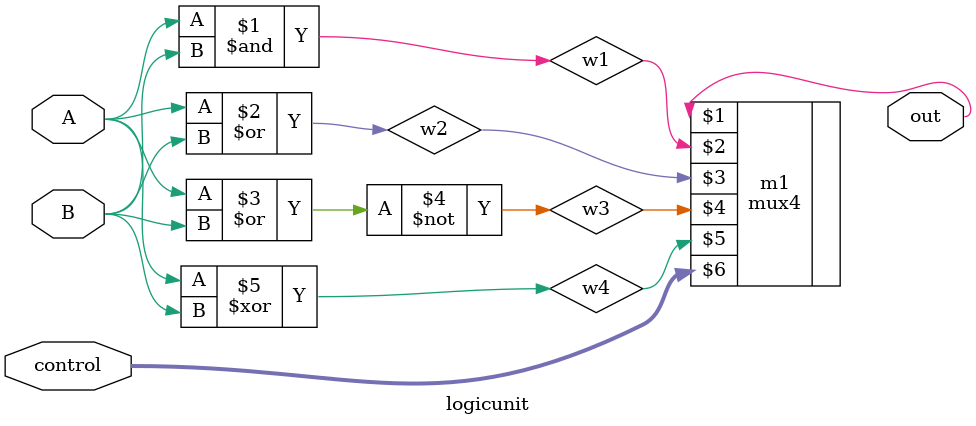
<source format=v>
module logicunit(out, A, B, control);
    output      out;
    input       A, B;
    input [1:0] control;
    wire w1, w2, w3, w4;
    and a1(w1, A, B);
    or o2(w2, A, B);
    nor n3(w3, A, B);
    xor x4(w4, A, B);
    mux4 m1(out, w1, w2, w3, w4, control);
endmodule // logicunit

</source>
